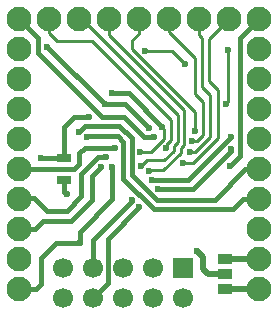
<source format=gbr>
G04 #@! TF.FileFunction,Copper,L2,Bot,Signal*
%FSLAX46Y46*%
G04 Gerber Fmt 4.6, Leading zero omitted, Abs format (unit mm)*
G04 Created by KiCad (PCBNEW 4.0.6) date 08/29/18 06:25:22*
%MOMM*%
%LPD*%
G01*
G04 APERTURE LIST*
%ADD10C,0.100000*%
%ADD11C,2.100000*%
%ADD12R,1.700000X1.700000*%
%ADD13C,1.700000*%
%ADD14R,1.300000X0.700000*%
%ADD15R,1.270000X0.970000*%
%ADD16C,0.600000*%
%ADD17C,0.500000*%
%ADD18C,0.400000*%
%ADD19C,0.250000*%
G04 APERTURE END LIST*
D10*
D11*
X161569400Y-67843400D03*
X161569400Y-70383400D03*
X161569400Y-72923400D03*
X161569400Y-75463400D03*
X161569400Y-78003400D03*
X161569400Y-80543400D03*
X161569400Y-83083400D03*
X161569400Y-85623400D03*
X161569400Y-88163400D03*
X161569400Y-65303400D03*
X159029400Y-65303400D03*
X156489400Y-65303400D03*
X153949400Y-65303400D03*
X151409400Y-65303400D03*
X148869400Y-65303400D03*
X146329400Y-65303400D03*
X143789400Y-65303400D03*
X141249400Y-65303400D03*
X141249400Y-67843400D03*
X141249400Y-70383400D03*
X141249400Y-72923400D03*
X141249400Y-75463400D03*
X141249400Y-78003400D03*
X141249400Y-80543400D03*
X141249400Y-83083400D03*
X141249400Y-85623400D03*
X141249400Y-88163400D03*
D12*
X155121000Y-86395000D03*
D13*
X155121000Y-88935000D03*
X152581000Y-86395000D03*
X152581000Y-88935000D03*
X150041000Y-86395000D03*
X150041000Y-88935000D03*
X147501000Y-86395000D03*
X147501000Y-88935000D03*
X144961000Y-86395000D03*
X144961000Y-88935000D03*
D14*
X145081000Y-77045000D03*
X145081000Y-78945000D03*
D15*
X158721000Y-88175000D03*
X158721000Y-86905000D03*
X158721000Y-85635000D03*
D16*
X147031000Y-75265000D03*
X146321000Y-74825000D03*
X155341000Y-69085000D03*
X151901000Y-67955000D03*
X158771000Y-72515000D03*
X158941000Y-67865000D03*
X155141000Y-77485000D03*
X155691000Y-76565000D03*
X155861000Y-75645000D03*
X156141000Y-74795000D03*
X152281000Y-78105000D03*
X151541000Y-77765000D03*
X153681000Y-76185000D03*
X152691000Y-75305000D03*
X149381000Y-76205000D03*
X148621000Y-76995000D03*
X148151000Y-77825000D03*
X143141000Y-77045000D03*
X147191000Y-73585000D03*
X146391000Y-84275000D03*
X149151000Y-77785000D03*
X152251000Y-74545000D03*
X148541000Y-72505000D03*
X143641000Y-67615000D03*
X159196000Y-75270000D03*
X152511000Y-78935000D03*
X150831000Y-80605000D03*
X153011000Y-79645000D03*
X151421000Y-81235000D03*
X159211000Y-76325000D03*
X159101000Y-77765000D03*
X156301000Y-84905000D03*
X149101000Y-71585000D03*
X151501000Y-76525000D03*
X145301000Y-80135000D03*
X153391000Y-74435000D03*
D17*
X158721000Y-88175000D02*
X161557800Y-88175000D01*
D18*
X161557800Y-88175000D02*
X161569400Y-88163400D01*
D17*
X161569400Y-85623400D02*
X158732600Y-85623400D01*
D18*
X158732600Y-85623400D02*
X158721000Y-85635000D01*
X161569400Y-80543400D02*
X160232600Y-80543400D01*
X150091000Y-78805000D02*
X152649400Y-81363400D01*
X150091000Y-75715000D02*
X150091000Y-78805000D01*
X149601000Y-75225000D02*
X150091000Y-75715000D01*
X147071000Y-75225000D02*
X149601000Y-75225000D01*
X147031000Y-75265000D02*
X147071000Y-75225000D01*
X159392600Y-81363400D02*
X152649400Y-81363400D01*
X160222600Y-80533400D02*
X159392600Y-81363400D01*
X160232600Y-80543400D02*
X160222600Y-80533400D01*
X146321000Y-74825000D02*
X146821000Y-74325000D01*
X146821000Y-74325000D02*
X149731000Y-74325000D01*
X149731000Y-74325000D02*
X150791000Y-75385000D01*
X150791000Y-75385000D02*
X150791000Y-78475000D01*
X150791000Y-78475000D02*
X152921000Y-80605000D01*
X152921000Y-80605000D02*
X157811000Y-80605000D01*
X157811000Y-80605000D02*
X160412600Y-78003400D01*
X160412600Y-78003400D02*
X161569400Y-78003400D01*
D19*
X154211000Y-67955000D02*
X155341000Y-69085000D01*
X151901000Y-67955000D02*
X154211000Y-67955000D01*
X158771000Y-72515000D02*
X158941000Y-72345000D01*
X158941000Y-72345000D02*
X158941000Y-67865000D01*
X157361000Y-66971800D02*
X159029400Y-65303400D01*
X157361000Y-70555000D02*
X157361000Y-66971800D01*
X158071000Y-71265000D02*
X157361000Y-70555000D01*
X158071000Y-75395000D02*
X158071000Y-71265000D01*
X155981000Y-77485000D02*
X158071000Y-75395000D01*
X155141000Y-77485000D02*
X155981000Y-77485000D01*
X157431000Y-74825000D02*
X157431000Y-75245000D01*
X157431000Y-71715000D02*
X156771000Y-71055000D01*
X156771000Y-71055000D02*
X156771000Y-66915000D01*
X156771000Y-66915000D02*
X156489400Y-66633400D01*
X156489400Y-65303400D02*
X156489400Y-66633400D01*
X157431000Y-74825000D02*
X157431000Y-71935000D01*
X157431000Y-71935000D02*
X157431000Y-71715000D01*
X156111000Y-76565000D02*
X155691000Y-76565000D01*
X157431000Y-75245000D02*
X156111000Y-76565000D01*
X156131000Y-71595000D02*
X156861000Y-72325000D01*
X156131000Y-71595000D02*
X156131000Y-68565000D01*
X156131000Y-68565000D02*
X153949400Y-66383400D01*
X153949400Y-65303400D02*
X153949400Y-66383400D01*
X156331000Y-75645000D02*
X155861000Y-75645000D01*
X156861000Y-75115000D02*
X156331000Y-75645000D01*
X156861000Y-72325000D02*
X156861000Y-75115000D01*
X151409400Y-66506600D02*
X150841000Y-67075000D01*
X151409400Y-65303400D02*
X151409400Y-66506600D01*
X156141000Y-73145000D02*
X156141000Y-74795000D01*
X150841000Y-67845000D02*
X156141000Y-73145000D01*
X150841000Y-67075000D02*
X150841000Y-67845000D01*
X154941000Y-76625000D02*
X154941000Y-76235000D01*
X148869400Y-66653400D02*
X154941000Y-72725000D01*
X154941000Y-76625000D02*
X153481000Y-78085000D01*
X148869400Y-65303400D02*
X148869400Y-66653400D01*
X153481000Y-78085000D02*
X152301000Y-78085000D01*
X155221000Y-73005000D02*
X154941000Y-72725000D01*
X155221000Y-75955000D02*
X155221000Y-73005000D01*
X154941000Y-76235000D02*
X155221000Y-75955000D01*
X154351000Y-76425000D02*
X154351000Y-76025000D01*
X146329400Y-65063400D02*
X154351000Y-73085000D01*
X153521000Y-77255000D02*
X154351000Y-76425000D01*
X152051000Y-77255000D02*
X153521000Y-77255000D01*
X152051000Y-77255000D02*
X151541000Y-77765000D01*
X154691000Y-73425000D02*
X154351000Y-73085000D01*
X154691000Y-75685000D02*
X154691000Y-73425000D01*
X154351000Y-76025000D02*
X154691000Y-75685000D01*
D18*
X146329400Y-65063400D02*
X146329400Y-65303400D01*
D19*
X143789400Y-66463400D02*
X143789400Y-65303400D01*
X144461000Y-67135000D02*
X143789400Y-66463400D01*
X147421000Y-67135000D02*
X144461000Y-67135000D01*
X154111000Y-73825000D02*
X147421000Y-67135000D01*
X154111000Y-75545000D02*
X154111000Y-73825000D01*
X153721000Y-75935000D02*
X154111000Y-75545000D01*
X153721000Y-76145000D02*
X153721000Y-75935000D01*
X153681000Y-76185000D02*
X153721000Y-76145000D01*
D18*
X151871000Y-75305000D02*
X152691000Y-75305000D01*
X142831000Y-66855000D02*
X142831000Y-68125000D01*
X142831000Y-68125000D02*
X148261000Y-73555000D01*
X148261000Y-73555000D02*
X150121000Y-73555000D01*
X141279400Y-65303400D02*
X142831000Y-66855000D01*
X150121000Y-73555000D02*
X151871000Y-75305000D01*
X141249400Y-65303400D02*
X141279400Y-65303400D01*
X141249400Y-65303400D02*
X141299400Y-65303400D01*
X149381000Y-76205000D02*
X146801000Y-76205000D01*
X145932600Y-78003400D02*
X141249400Y-78003400D01*
X146351000Y-77585000D02*
X145932600Y-78003400D01*
X146351000Y-76655000D02*
X146351000Y-77585000D01*
X146801000Y-76205000D02*
X146351000Y-76655000D01*
X145271000Y-81505000D02*
X145271000Y-81495000D01*
X145271000Y-81505000D02*
X143581000Y-81505000D01*
X143581000Y-81505000D02*
X142501000Y-80425000D01*
X141367800Y-80425000D02*
X142501000Y-80425000D01*
X147921000Y-76995000D02*
X148621000Y-76995000D01*
X146491000Y-78425000D02*
X147921000Y-76995000D01*
X146491000Y-80275000D02*
X146491000Y-78425000D01*
X145271000Y-81495000D02*
X146491000Y-80275000D01*
X141367800Y-80425000D02*
X141249400Y-80543400D01*
X147401000Y-80635000D02*
X147401000Y-78575000D01*
X147401000Y-78575000D02*
X148151000Y-77825000D01*
X142602600Y-83083400D02*
X141249400Y-83083400D01*
X143311000Y-82375000D02*
X142602600Y-83083400D01*
X145661000Y-82375000D02*
X143311000Y-82375000D01*
X145661000Y-82375000D02*
X147401000Y-80635000D01*
X147191000Y-73585000D02*
X145941000Y-73585000D01*
X145081000Y-74445000D02*
X145081000Y-77045000D01*
X145941000Y-73585000D02*
X145081000Y-74445000D01*
X145081000Y-77045000D02*
X143141000Y-77045000D01*
X146391000Y-84275000D02*
X144341000Y-84275000D01*
X144341000Y-84275000D02*
X143091000Y-85525000D01*
X143091000Y-85525000D02*
X143091000Y-87745000D01*
X143091000Y-87745000D02*
X142672600Y-88163400D01*
X146391000Y-84275000D02*
X146391000Y-83285000D01*
X149151000Y-80525000D02*
X149151000Y-77785000D01*
X146391000Y-83285000D02*
X149151000Y-80525000D01*
X142672600Y-88163400D02*
X141249400Y-88163400D01*
X152251000Y-74545000D02*
X150181000Y-72475000D01*
X150181000Y-72475000D02*
X148571000Y-72475000D01*
X148571000Y-72475000D02*
X148541000Y-72505000D01*
X143651000Y-67615000D02*
X143641000Y-67615000D01*
X148541000Y-72505000D02*
X143651000Y-67615000D01*
X147501000Y-86395000D02*
X147501000Y-83985000D01*
X155521000Y-78945000D02*
X159196000Y-75270000D01*
X159196000Y-75270000D02*
X159201000Y-75265000D01*
X153351000Y-78945000D02*
X155521000Y-78945000D01*
X153341000Y-78935000D02*
X153351000Y-78945000D01*
X152511000Y-78935000D02*
X153341000Y-78935000D01*
X150831000Y-80655000D02*
X150831000Y-80605000D01*
X147501000Y-83985000D02*
X150831000Y-80655000D01*
X148781000Y-83875000D02*
X151421000Y-81235000D01*
X148781000Y-87645000D02*
X148781000Y-83875000D01*
X147501000Y-88925000D02*
X148781000Y-87645000D01*
X159211000Y-76415000D02*
X159211000Y-76325000D01*
X155981000Y-79645000D02*
X159211000Y-76415000D01*
X153011000Y-79645000D02*
X155981000Y-79645000D01*
X147501000Y-88935000D02*
X147501000Y-88925000D01*
X159981000Y-66891800D02*
X161569400Y-65303400D01*
X159981000Y-76885000D02*
X159981000Y-66891800D01*
X159101000Y-77765000D02*
X159981000Y-76885000D01*
X161569400Y-65303400D02*
X161569400Y-65316600D01*
D17*
X158721000Y-86905000D02*
X157231000Y-86905000D01*
X156801000Y-85405000D02*
X156301000Y-84905000D01*
X156801000Y-86475000D02*
X156801000Y-85405000D01*
X157231000Y-86905000D02*
X156801000Y-86475000D01*
D18*
X149101000Y-71585000D02*
X150541000Y-71585000D01*
X150541000Y-71585000D02*
X153391000Y-74435000D01*
D19*
X153531000Y-75435000D02*
X153531000Y-74575000D01*
X153531000Y-74575000D02*
X153391000Y-74435000D01*
X153531000Y-75435000D02*
X152441000Y-76525000D01*
X151501000Y-76525000D02*
X152441000Y-76525000D01*
D18*
X145081000Y-78945000D02*
X145081000Y-79915000D01*
X145081000Y-79915000D02*
X145301000Y-80135000D01*
M02*

</source>
